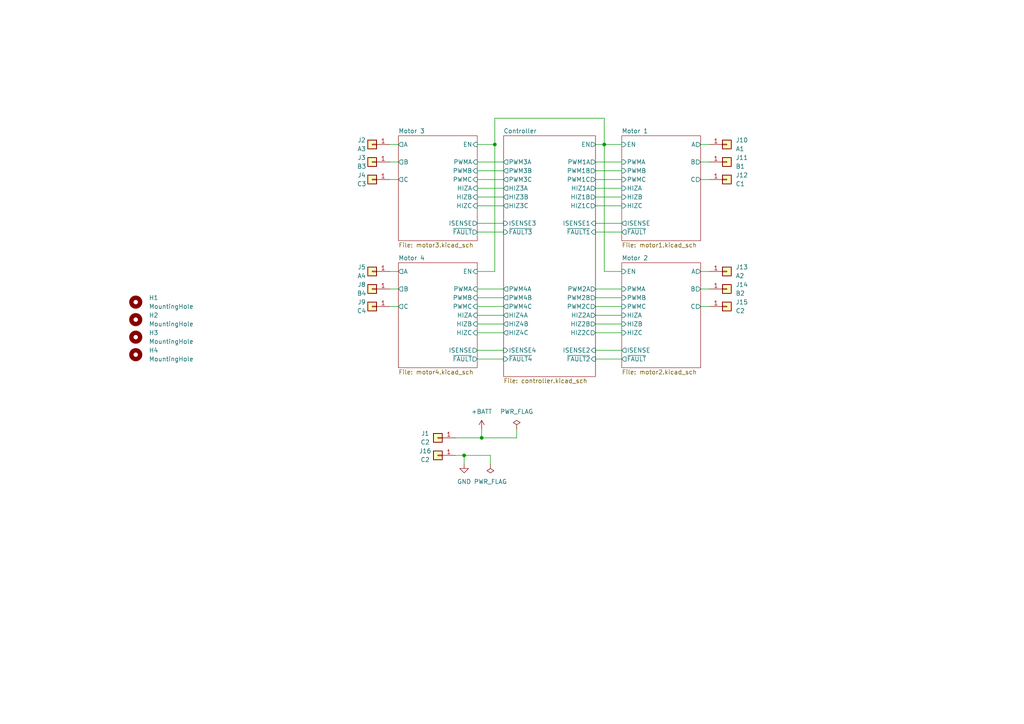
<source format=kicad_sch>
(kicad_sch (version 20210621) (generator eeschema)
  (paper "A4")
  (lib_symbols
    (symbol "Connector_Generic:Conn_01x01" (pin_names (offset 1.016) hide)
      (property "Reference" "J" (at 0 2.54 0))
      (property "Value" "Conn_01x01" (at 0 -2.54 0))
      (symbol "Conn_01x01_1_1"
        (rectangle (start -1.27 0.127) (end 0 -0.127) (stroke (width 0.1524)))
        (rectangle (start -1.27 1.27) (end 1.27 -1.27) (stroke (width 0.254)) (fill (type background)))
        (pin passive line (at -5.08 0 0) (length 3.81) (name "Pin_1") (number "1"))
      )
    )
    (symbol "Mechanical:MountingHole" (pin_names (offset 1.016))
      (property "Reference" "H" (at 0 5.08 0))
      (property "Value" "MountingHole" (at 0 3.175 0))
      (symbol "MountingHole_0_1"
        (circle (center 0 0) (radius 1.27) (stroke (width 1.27)))
      )
    )
    (symbol "power:+BATT" (power) (pin_names (offset 0))
      (property "Value" "+BATT" (at 0 3.556 0))
      (symbol "+BATT_0_1"
        (polyline (pts (xy -0.762 1.27) (xy 0 2.54)))
        (polyline (pts (xy 0 0) (xy 0 2.54)))
        (polyline (pts (xy 0 2.54) (xy 0.762 1.27)))
      )
      (symbol "+BATT_1_1"
        (pin power_in line (at 0 0 90) (length 0) hide (name "+BATT") (number "1"))
      )
    )
    (symbol "power:GND" (power) (pin_names (offset 0))
      (property "Value" "GND" (at 0 -3.81 0))
      (symbol "GND_0_1"
        (polyline (pts (xy 0 0) (xy 0 -1.27) (xy 1.27 -1.27) (xy 0 -2.54) (xy -1.27 -1.27) (xy 0 -1.27)))
      )
      (symbol "GND_1_1"
        (pin power_in line (at 0 0 270) (length 0) hide (name "GND") (number "1"))
      )
    )
    (symbol "power:PWR_FLAG" (power) (pin_numbers hide) (pin_names (offset 0) hide)
      (property "Value" "PWR_FLAG" (at 0 3.81 0))
      (symbol "PWR_FLAG_0_0"
        (pin power_out line (at 0 0 90) (length 0) (name "pwr") (number "1"))
      )
      (symbol "PWR_FLAG_0_1"
        (polyline (pts (xy 0 0) (xy 0 1.27) (xy -1.016 1.905) (xy 0 2.54) (xy 1.016 1.905) (xy 0 1.27)))
      )
    )
  )
  (junction (at 134.62 132.08) (diameter 0.9144))
  (junction (at 139.7 127) (diameter 0.9144))
  (junction (at 143.51 41.91) (diameter 0.9144))
  (junction (at 175.26 41.91) (diameter 0.9144))
  (wire (pts (xy 115.57 41.91) (xy 113.03 41.91)))
  (wire (pts (xy 115.57 46.99) (xy 113.03 46.99)))
  (wire (pts (xy 115.57 52.07) (xy 113.03 52.07)))
  (wire (pts (xy 115.57 78.74) (xy 113.03 78.74)))
  (wire (pts (xy 115.57 83.82) (xy 113.03 83.82)))
  (wire (pts (xy 115.57 88.9) (xy 113.03 88.9)))
  (wire (pts (xy 132.08 127) (xy 139.7 127)))
  (wire (pts (xy 132.08 132.08) (xy 134.62 132.08)))
  (wire (pts (xy 134.62 132.08) (xy 134.62 134.62)))
  (wire (pts (xy 138.43 41.91) (xy 143.51 41.91)))
  (wire (pts (xy 138.43 46.99) (xy 146.05 46.99)))
  (wire (pts (xy 138.43 49.53) (xy 146.05 49.53)))
  (wire (pts (xy 138.43 52.07) (xy 146.05 52.07)))
  (wire (pts (xy 138.43 54.61) (xy 146.05 54.61)))
  (wire (pts (xy 138.43 57.15) (xy 146.05 57.15)))
  (wire (pts (xy 138.43 59.69) (xy 146.05 59.69)))
  (wire (pts (xy 138.43 64.77) (xy 146.05 64.77)))
  (wire (pts (xy 138.43 67.31) (xy 146.05 67.31)))
  (wire (pts (xy 138.43 78.74) (xy 143.51 78.74)))
  (wire (pts (xy 138.43 83.82) (xy 146.05 83.82)))
  (wire (pts (xy 138.43 86.36) (xy 146.05 86.36)))
  (wire (pts (xy 138.43 88.9) (xy 146.05 88.9)))
  (wire (pts (xy 138.43 91.44) (xy 146.05 91.44)))
  (wire (pts (xy 138.43 93.98) (xy 146.05 93.98)))
  (wire (pts (xy 138.43 96.52) (xy 146.05 96.52)))
  (wire (pts (xy 138.43 101.6) (xy 146.05 101.6)))
  (wire (pts (xy 138.43 104.14) (xy 146.05 104.14)))
  (wire (pts (xy 139.7 127) (xy 139.7 124.46)))
  (wire (pts (xy 142.24 132.08) (xy 134.62 132.08)))
  (wire (pts (xy 142.24 134.62) (xy 142.24 132.08)))
  (wire (pts (xy 143.51 34.29) (xy 175.26 34.29)))
  (wire (pts (xy 143.51 41.91) (xy 143.51 34.29)))
  (wire (pts (xy 143.51 78.74) (xy 143.51 41.91)))
  (wire (pts (xy 149.86 124.46) (xy 149.86 127)))
  (wire (pts (xy 149.86 127) (xy 139.7 127)))
  (wire (pts (xy 172.72 41.91) (xy 175.26 41.91)))
  (wire (pts (xy 172.72 46.99) (xy 180.34 46.99)))
  (wire (pts (xy 172.72 49.53) (xy 180.34 49.53)))
  (wire (pts (xy 172.72 52.07) (xy 180.34 52.07)))
  (wire (pts (xy 172.72 54.61) (xy 180.34 54.61)))
  (wire (pts (xy 172.72 57.15) (xy 180.34 57.15)))
  (wire (pts (xy 172.72 59.69) (xy 180.34 59.69)))
  (wire (pts (xy 172.72 64.77) (xy 180.34 64.77)))
  (wire (pts (xy 172.72 67.31) (xy 180.34 67.31)))
  (wire (pts (xy 172.72 83.82) (xy 180.34 83.82)))
  (wire (pts (xy 172.72 86.36) (xy 180.34 86.36)))
  (wire (pts (xy 172.72 88.9) (xy 180.34 88.9)))
  (wire (pts (xy 172.72 91.44) (xy 180.34 91.44)))
  (wire (pts (xy 172.72 93.98) (xy 180.34 93.98)))
  (wire (pts (xy 172.72 96.52) (xy 180.34 96.52)))
  (wire (pts (xy 172.72 101.6) (xy 180.34 101.6)))
  (wire (pts (xy 172.72 104.14) (xy 180.34 104.14)))
  (wire (pts (xy 175.26 34.29) (xy 175.26 41.91)))
  (wire (pts (xy 175.26 41.91) (xy 180.34 41.91)))
  (wire (pts (xy 175.26 78.74) (xy 175.26 41.91)))
  (wire (pts (xy 180.34 78.74) (xy 175.26 78.74)))
  (wire (pts (xy 203.2 41.91) (xy 205.74 41.91)))
  (wire (pts (xy 203.2 46.99) (xy 205.74 46.99)))
  (wire (pts (xy 203.2 52.07) (xy 205.74 52.07)))
  (wire (pts (xy 203.2 78.74) (xy 205.74 78.74)))
  (wire (pts (xy 203.2 83.82) (xy 205.74 83.82)))
  (wire (pts (xy 203.2 88.9) (xy 205.74 88.9)))
  (symbol (lib_id "power:+BATT") (at 139.7 124.46 0) (unit 1)
    (property "Reference" "#PWR08" (effects hide))
    (property "Value" "+BATT" (at 139.7 119.38 0))
  )
  (symbol (lib_id "power:PWR_FLAG") (at 142.24 134.62 180) (unit 1)
    (property "Reference" "#FLG01" (effects hide))
    (property "Value" "PWR_FLAG" (at 142.24 139.7 0))
  )
  (symbol (lib_id "power:PWR_FLAG") (at 149.86 124.46 0) (unit 1)
    (property "Reference" "#FLG02" (effects hide))
    (property "Value" "PWR_FLAG" (at 149.86 119.38 0))
  )
  (symbol (lib_id "power:GND") (at 134.62 134.62 0) (unit 1)
    (property "Reference" "#PWR02" (effects hide))
    (property "Value" "GND" (at 134.62 139.7 0))
  )
  (symbol (lib_id "Mechanical:MountingHole") (at 39.37 87.63 0) (unit 1)
    (property "Reference" "H1" (at 43.18 86.3599 0) (effects (justify left)))
    (property "Value" "MountingHole" (at 43.18 88.8999 0) (effects (justify left)))
    (property "Footprint" "MountingHole:MountingHole_3.2mm_M3_ISO7380" (effects hide))
  )
  (symbol (lib_id "Mechanical:MountingHole") (at 39.37 92.71 0) (unit 1)
    (property "Reference" "H2" (at 43.18 91.4399 0) (effects (justify left)))
    (property "Value" "MountingHole" (at 43.18 93.9799 0) (effects (justify left)))
    (property "Footprint" "MountingHole:MountingHole_3.2mm_M3_ISO7380" (effects hide))
  )
  (symbol (lib_id "Mechanical:MountingHole") (at 39.37 97.79 0) (unit 1)
    (property "Reference" "H3" (at 43.18 96.5199 0) (effects (justify left)))
    (property "Value" "MountingHole" (at 43.18 99.0599 0) (effects (justify left)))
    (property "Footprint" "MountingHole:MountingHole_3.2mm_M3_ISO7380" (effects hide))
  )
  (symbol (lib_id "Mechanical:MountingHole") (at 39.37 102.87 0) (unit 1)
    (property "Reference" "H4" (at 43.18 101.5999 0) (effects (justify left)))
    (property "Value" "MountingHole" (at 43.18 104.1399 0) (effects (justify left)))
    (property "Footprint" "MountingHole:MountingHole_3.2mm_M3_ISO7380" (effects hide))
  )
  (symbol (lib_id "Connector_Generic:Conn_01x01") (at 107.95 41.91 0) (mirror y) (unit 1)
    (property "Reference" "J2" (at 104.902 40.64 0))
    (property "Value" "A3" (at 104.902 43.18 0))
    (property "Footprint" "multiesc-footprints:Motor_Pad_4.5x2.0mm" (effects hide))
  )
  (symbol (lib_id "Connector_Generic:Conn_01x01") (at 107.95 46.99 0) (mirror y) (unit 1)
    (property "Reference" "J3" (at 104.902 45.72 0))
    (property "Value" "B3" (at 104.902 48.26 0))
    (property "Footprint" "multiesc-footprints:Motor_Pad_4.5x2.0mm" (effects hide))
  )
  (symbol (lib_id "Connector_Generic:Conn_01x01") (at 107.95 52.07 0) (mirror y) (unit 1)
    (property "Reference" "J4" (at 104.902 50.8 0))
    (property "Value" "C3" (at 104.902 53.34 0))
    (property "Footprint" "multiesc-footprints:Motor_Pad_4.5x2.0mm" (effects hide))
  )
  (symbol (lib_id "Connector_Generic:Conn_01x01") (at 107.95 78.74 0) (mirror y) (unit 1)
    (property "Reference" "J5" (at 104.902 77.47 0))
    (property "Value" "A4" (at 104.902 80.01 0))
    (property "Footprint" "multiesc-footprints:Motor_Pad_4.5x2.0mm" (effects hide))
  )
  (symbol (lib_id "Connector_Generic:Conn_01x01") (at 107.95 83.82 0) (mirror y) (unit 1)
    (property "Reference" "J8" (at 104.902 82.55 0))
    (property "Value" "B4" (at 104.902 85.09 0))
    (property "Footprint" "multiesc-footprints:Motor_Pad_4.5x2.0mm" (effects hide))
  )
  (symbol (lib_id "Connector_Generic:Conn_01x01") (at 107.95 88.9 0) (mirror y) (unit 1)
    (property "Reference" "J9" (at 104.902 87.63 0))
    (property "Value" "C4" (at 104.902 90.17 0))
    (property "Footprint" "multiesc-footprints:Motor_Pad_4.5x2.0mm" (effects hide))
  )
  (symbol (lib_id "Connector_Generic:Conn_01x01") (at 127 127 0) (mirror y) (unit 1)
    (property "Reference" "J1" (at 123.317 125.73 0))
    (property "Value" "C2" (at 123.317 128.27 0))
    (property "Footprint" "TestPoint:TestPoint_Pad_4.0x4.0mm" (effects hide))
  )
  (symbol (lib_id "Connector_Generic:Conn_01x01") (at 127 132.08 0) (mirror y) (unit 1)
    (property "Reference" "J16" (at 123.317 130.81 0))
    (property "Value" "C2" (at 123.317 133.35 0))
    (property "Footprint" "TestPoint:TestPoint_Pad_4.0x4.0mm" (effects hide))
  )
  (symbol (lib_id "Connector_Generic:Conn_01x01") (at 210.82 41.91 0) (unit 1)
    (property "Reference" "J10" (at 213.36 40.6399 0) (effects (justify left)))
    (property "Value" "A1" (at 213.36 43.1799 0) (effects (justify left)))
    (property "Footprint" "multiesc-footprints:Motor_Pad_4.5x2.0mm" (effects hide))
  )
  (symbol (lib_id "Connector_Generic:Conn_01x01") (at 210.82 46.99 0) (unit 1)
    (property "Reference" "J11" (at 213.36 45.7199 0) (effects (justify left)))
    (property "Value" "B1" (at 213.36 48.2599 0) (effects (justify left)))
    (property "Footprint" "multiesc-footprints:Motor_Pad_4.5x2.0mm" (effects hide))
  )
  (symbol (lib_id "Connector_Generic:Conn_01x01") (at 210.82 52.07 0) (unit 1)
    (property "Reference" "J12" (at 213.36 50.7999 0) (effects (justify left)))
    (property "Value" "C1" (at 213.36 53.3399 0) (effects (justify left)))
    (property "Footprint" "multiesc-footprints:Motor_Pad_4.5x2.0mm" (effects hide))
  )
  (symbol (lib_id "Connector_Generic:Conn_01x01") (at 210.82 78.74 0) (unit 1)
    (property "Reference" "J13" (at 213.36 77.4699 0) (effects (justify left)))
    (property "Value" "A2" (at 213.36 80.0099 0) (effects (justify left)))
    (property "Footprint" "multiesc-footprints:Motor_Pad_4.5x2.0mm" (effects hide))
  )
  (symbol (lib_id "Connector_Generic:Conn_01x01") (at 210.82 83.82 0) (unit 1)
    (property "Reference" "J14" (at 213.36 82.5499 0) (effects (justify left)))
    (property "Value" "B2" (at 213.36 85.0899 0) (effects (justify left)))
    (property "Footprint" "multiesc-footprints:Motor_Pad_4.5x2.0mm" (effects hide))
  )
  (symbol (lib_id "Connector_Generic:Conn_01x01") (at 210.82 88.9 0) (unit 1)
    (property "Reference" "J15" (at 213.36 87.6299 0) (effects (justify left)))
    (property "Value" "C2" (at 213.36 90.1699 0) (effects (justify left)))
    (property "Footprint" "multiesc-footprints:Motor_Pad_4.5x2.0mm" (effects hide))
  )
  (sheet (at 146.05 39.37) (size 26.67 69.85) (stroke (width 0.0006))
    (property "Schaltplanname" "Controller" (at 146.05 38.7343 0) (effects (justify left bottom)))
    (property "Dateiname Blatt" "controller.kicad_sch" (at 146.05 109.7287 0) (effects (justify left top)))
    (pin "PWM2A" output (at 172.72 83.82 0))
    (pin "PWM3C" output (at 146.05 52.07 180))
    (pin "PWM1B" output (at 172.72 49.53 0))
    (pin "PWM1A" output (at 172.72 46.99 0))
    (pin "PWM1C" output (at 172.72 52.07 0))
    (pin "PWM2C" output (at 172.72 88.9 0))
    (pin "PWM2B" output (at 172.72 86.36 0))
    (pin "PWM3A" output (at 146.05 46.99 180))
    (pin "PWM3B" output (at 146.05 49.53 180))
    (pin "PWM4A" output (at 146.05 83.82 180))
    (pin "PWM4B" output (at 146.05 86.36 180))
    (pin "PWM4C" output (at 146.05 88.9 180))
    (pin "ISENSE3" input (at 146.05 64.77 180))
    (pin "ISENSE4" input (at 146.05 101.6 180))
    (pin "~{FAULT3}" input (at 146.05 67.31 180))
    (pin "~{FAULT1}" input (at 172.72 67.31 0))
    (pin "~{FAULT2}" input (at 172.72 104.14 0))
    (pin "~{FAULT4}" input (at 146.05 104.14 180))
    (pin "ISENSE1" input (at 172.72 64.77 0))
    (pin "ISENSE2" input (at 172.72 101.6 0))
    (pin "HIZ1C" output (at 172.72 59.69 0))
    (pin "HIZ1A" output (at 172.72 54.61 0))
    (pin "HIZ1B" output (at 172.72 57.15 0))
    (pin "HIZ3B" output (at 146.05 57.15 180))
    (pin "HIZ3C" output (at 146.05 59.69 180))
    (pin "HIZ3A" output (at 146.05 54.61 180))
    (pin "HIZ4A" output (at 146.05 91.44 180))
    (pin "HIZ4B" output (at 146.05 93.98 180))
    (pin "HIZ4C" output (at 146.05 96.52 180))
    (pin "HIZ2A" output (at 172.72 91.44 0))
    (pin "HIZ2B" output (at 172.72 93.98 0))
    (pin "HIZ2C" output (at 172.72 96.52 0))
    (pin "EN" output (at 172.72 41.91 0))
  )
  (sheet (at 180.34 39.37) (size 22.86 30.48) (stroke (width 0.0006))
    (property "Schaltplanname" "Motor 1" (at 180.34 38.7343 0) (effects (justify left bottom)))
    (property "Dateiname Blatt" "motor1.kicad_sch" (at 180.34 70.3587 0) (effects (justify left top)))
    (pin "C" output (at 203.2 52.07 0))
    (pin "B" output (at 203.2 46.99 0))
    (pin "A" output (at 203.2 41.91 0))
    (pin "PWMA" input (at 180.34 46.99 180))
    (pin "EN" input (at 180.34 41.91 180))
    (pin "~{FAULT}" output (at 180.34 67.31 180))
    (pin "ISENSE" output (at 180.34 64.77 180))
    (pin "HIZC" input (at 180.34 59.69 180))
    (pin "PWMB" input (at 180.34 49.53 180))
    (pin "PWMC" input (at 180.34 52.07 180))
    (pin "HIZA" input (at 180.34 54.61 180))
    (pin "HIZB" input (at 180.34 57.15 180))
  )
  (sheet (at 180.34 76.2) (size 22.86 30.48) (stroke (width 0.0006))
    (property "Schaltplanname" "Motor 2" (at 180.34 75.5643 0) (effects (justify left bottom)))
    (property "Dateiname Blatt" "motor2.kicad_sch" (at 180.34 107.1887 0) (effects (justify left top)))
    (pin "C" output (at 203.2 88.9 0))
    (pin "B" output (at 203.2 83.82 0))
    (pin "A" output (at 203.2 78.74 0))
    (pin "PWMA" input (at 180.34 83.82 180))
    (pin "EN" input (at 180.34 78.74 180))
    (pin "~{FAULT}" output (at 180.34 104.14 180))
    (pin "ISENSE" output (at 180.34 101.6 180))
    (pin "HIZC" input (at 180.34 96.52 180))
    (pin "PWMB" input (at 180.34 86.36 180))
    (pin "PWMC" input (at 180.34 88.9 180))
    (pin "HIZA" input (at 180.34 91.44 180))
    (pin "HIZB" input (at 180.34 93.98 180))
  )
  (sheet (at 115.57 39.37) (size 22.86 30.48) (stroke (width 0.0006))
    (property "Schaltplanname" "Motor 3" (at 115.57 38.7343 0) (effects (justify left bottom)))
    (property "Dateiname Blatt" "motor3.kicad_sch" (at 115.57 70.3587 0) (effects (justify left top)))
    (pin "C" output (at 115.57 52.07 180))
    (pin "B" output (at 115.57 46.99 180))
    (pin "A" output (at 115.57 41.91 180))
    (pin "PWMA" input (at 138.43 46.99 0))
    (pin "EN" input (at 138.43 41.91 0))
    (pin "~{FAULT}" output (at 138.43 67.31 0))
    (pin "ISENSE" output (at 138.43 64.77 0))
    (pin "HIZC" input (at 138.43 59.69 0))
    (pin "PWMB" input (at 138.43 49.53 0))
    (pin "PWMC" input (at 138.43 52.07 0))
    (pin "HIZA" input (at 138.43 54.61 0))
    (pin "HIZB" input (at 138.43 57.15 0))
  )
  (sheet (at 115.57 76.2) (size 22.86 30.48) (stroke (width 0.0006))
    (property "Schaltplanname" "Motor 4" (at 115.57 75.5643 0) (effects (justify left bottom)))
    (property "Dateiname Blatt" "motor4.kicad_sch" (at 115.57 107.1887 0) (effects (justify left top)))
    (pin "C" output (at 115.57 88.9 180))
    (pin "B" output (at 115.57 83.82 180))
    (pin "A" output (at 115.57 78.74 180))
    (pin "PWMA" input (at 138.43 83.82 0))
    (pin "EN" input (at 138.43 78.74 0))
    (pin "~{FAULT}" output (at 138.43 104.14 0))
    (pin "ISENSE" output (at 138.43 101.6 0))
    (pin "HIZC" input (at 138.43 96.52 0))
    (pin "PWMB" input (at 138.43 86.36 0))
    (pin "PWMC" input (at 138.43 88.9 0))
    (pin "HIZA" input (at 138.43 91.44 0))
    (pin "HIZB" input (at 138.43 93.98 0))
  )
)
</source>
